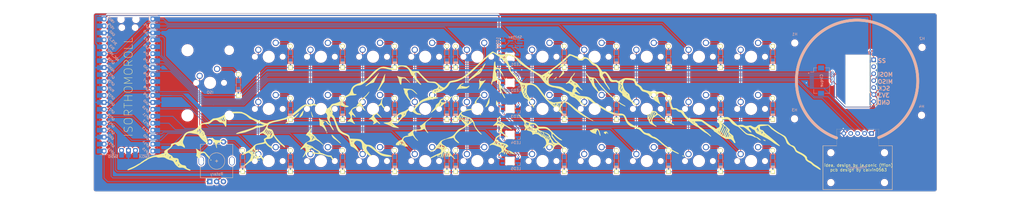
<source format=kicad_pcb>
(kicad_pcb (version 20221018) (generator pcbnew)
  (layers (0 "F.Cu" signal) (31 "B.Cu" signal) (34 "B.Paste" user) (35 "F.Paste" user) (36 "B.SilkS" user "B.Silkscreen") (37 "F.SilkS" user "F.Silkscreen") (38 "B.Mask" user) (39 "F.Mask" user) (44 "Edge.Cuts" user))
  (net 0 "")
  (net 1 "+5V")
  (net 2 "Net-(LED1-DOUT)")
  (net 3 "GND")
  (net 4 "Net-(LED2-DOUT)")
  (net 5 "Net-(LED3-DOUT)")
  (net 6 "Net-(LED4-DOUT)")
  (net 8 "COL0")
  (net 9 "Net-(D1-A)")
  (net 10 "COL1")
  (net 11 "Net-(D2-A)")
  (net 12 "COL2")
  (net 13 "Net-(D3-A)")
  (net 14 "COL3")
  (net 15 "Net-(D4-A)")
  (net 16 "COL4")
  (net 17 "Net-(D5-A)")
  (net 18 "COL5")
  (net 19 "Net-(D6-A)")
  (net 20 "COL6")
  (net 21 "Net-(D7-A)")
  (net 22 "COL7")
  (net 23 "Net-(D8-A)")
  (net 24 "Net-(D9-A)")
  (net 25 "Net-(D10-A)")
  (net 26 "Net-(D11-A)")
  (net 27 "Net-(D12-A)")
  (net 28 "Net-(D13-A)")
  (net 29 "Net-(D14-A)")
  (net 30 "Net-(D15-A)")
  (net 31 "Net-(D16-A)")
  (net 32 "Net-(D17-A)")
  (net 33 "Net-(D18-A)")
  (net 34 "Net-(D19-A)")
  (net 35 "Net-(D20-A)")
  (net 36 "Net-(D21-A)")
  (net 37 "Net-(D22-A)")
  (net 38 "Net-(D23-A)")
  (net 39 "Net-(D24-A)")
  (net 40 "Net-(D25-A)")
  (net 41 "Net-(D26-A)")
  (net 42 "Net-(D27-A)")
  (net 43 "Net-(D28-A)")
  (net 44 "Net-(D29-A)")
  (net 45 "Net-(D30-A)")
  (net 46 "Net-(D31-A)")
  (net 47 "ROW0")
  (net 48 "ROW1")
  (net 49 "Net-(D32-A)")
  (net 50 "+3V3")
  (net 51 "strip")
  (net 52 "RGB MCU")
  (net 58 "SCK_0")
  (net 63 "MISO_0")
  (net 64 "SS_0")
  (net 65 "MOSI_0")
  (net 66 "SDA_0")
  (net 67 "SCL_0")
  (net 72 "COL8")
  (net 73 "ROW2")
  (net 74 "Rotary_A")
  (net 75 "Rotary_B")
  (net 76 "COL9")
  (net 77 "COL10")
  (footprint "PCM_marbastlib-mx:SW_MX_1u" (layer "F.Cu") (at 157.6125 29.36875)
    (fp_text reference "MX7" hide)
    (fp_text value "MX_SW_solder" hide)
  )
  (footprint "Keebio-Parts:Diode-Hybrid-Back" (layer "F.Cu") (at 65.5375 48.41875 -90)
    (fp_text reference "D12" hide)
    (fp_text value "D_Small" hide)
  )
  (footprint "Keebio-Parts:Diode-Hybrid-Back" (layer "F.Cu") (at 125.8625 29.36875 -90)
    (fp_text reference "D6" hide)
    (fp_text value "D_Small" hide)
  )
  (footprint "PCM_marbastlib-mx:SW_MX_1u" (layer "F.Cu") (at 76.65 48.41875)
    (fp_text reference "MX13" hide)
    (fp_text value "MX_SW_solder" hide)
  )
  (footprint "Keebio-Parts:Diode-Hybrid-Back" (layer "F.Cu") (at 241.75 48.41875 -90)
    (fp_text reference "D21" hide)
    (fp_text value "D_Small" hide)
  )
  (footprint "MountingHole:MountingHole_2.2mm_M2" (layer "F.Cu") (at 296.283198 25.951251)
    (fp_text reference "H2")
    (fp_text value "MountingHole")
  )
  (footprint "Keebio-Parts:Diode-Hybrid-Back" (layer "F.Cu") (at 241.75 67.46875 -90)
    (fp_text reference "D31" hide)
    (fp_text value "D_Small" hide)
  )
  (footprint "Keebio-Parts:Diode-Hybrid-Back" (layer "F.Cu") (at 103.6375 67.46875 -90)
    (fp_text reference "D24" hide)
    (fp_text value "D_Small" hide)
  )
  (footprint "LOGO" (layer "F.Cu") (at 132.55625 49.2125)
    (fp_text reference "G***" hide)
    (fp_text value "LOGO" hide)
  )
  (footprint "MountingHole:MountingHole_2.2mm_M2" (layer "F.Cu") (at 296.081116 50.748324)
    (fp_text reference "H4")
    (fp_text value "MountingHole")
  )
  (footprint "PCM_marbastlib-mx:SW_MX_1u" (layer "F.Cu") (at 114.75 29.36875)
    (fp_text reference "MX5" hide)
    (fp_text value "MX_SW_solder" hide)
  )
  (footprint "Keebio-Parts:Diode-Hybrid-Back" (layer "F.Cu") (at 165.55 29.36875 -90)
    (fp_text reference "D7" hide)
    (fp_text value "D_Small" hide)
  )
  (footprint "PCM_marbastlib-mx:SW_MX_1u" (layer "F.Cu") (at 214.7625 29.36875)
    (fp_text reference "MX10" hide)
    (fp_text value "MX_SW_solder" hide)
  )
  (footprint "Keebio-Parts:Diode-Hybrid-Back" (layer "F.Cu") (at 122.6875 67.46875 -90)
    (fp_text reference "D25" hide)
    (fp_text value "D_Small" hide)
  )
  (footprint "Keebio-Parts:Diode-Hybrid-Back" (layer "F.Cu") (at 222.7 48.41875 -90)
    (fp_text reference "D20" hide)
    (fp_text value "D_Small" hide)
  )
  (footprint "PCM_marbastlib-mx:SW_MX_1u" (layer "F.Cu") (at 195.7125 29.36875)
    (fp_text reference "MX9" hide)
    (fp_text value "MX_SW_solder" hide)
  )
  (footprint "MountingHole:MountingHole_2.2mm_M2" (layer "F.Cu") (at 249.680975 52.038331)
    (fp_text reference "H3")
    (fp_text value "MountingHole")
  )
  (footprint "Keebio-Parts:Diode-Hybrid-Back" (layer "F.Cu") (at 125.8625 48.41875 -90)
    (fp_text reference "D16" hide)
    (fp_text value "D_Small" hide)
  )
  (footprint "Keebio-Parts:Diode-Hybrid-Back" (layer "F.Cu") (at 103.6375 48.41875 -90)
    (fp_text reference "D14" hide)
    (fp_text value "D_Small" hide)
  )
  (footprint "PCM_marbastlib-mx:SW_MX_1u" (layer "F.Cu") (at 57.6 48.41875)
    (fp_text reference "MX12" hide)
    (fp_text value "MX_SW_solder" hide)
  )
  (footprint "PCM_marbastlib-mx:STAB_MX_ISO-ROT" (layer "F.Cu") (at 36.16875 38.89375)
    (fp_text reference "S1" hide)
    (fp_text value "MX_stab")
  )
  (footprint "Keebio-Parts:Diode-Hybrid-Back" (layer "F.Cu") (at 103.6375 29.36875 -90)
    (fp_text reference "D4" hide)
    (fp_text value "D_Small" hide)
  )
  (footprint "PCM_marbastlib-mx:SW_MX_1u" (layer "F.Cu") (at 76.65 67.46875)
    (fp_text reference "MX23" hide)
    (fp_text value "MX_SW_solder" hide)
  )
  (footprint "PCM_marbastlib-mx:SW_MX_1u" (layer "F.Cu") (at 157.6125 67.46875)
    (fp_text reference "MX27" hide)
    (fp_text value "MX_SW_solder" hide)
  )
  (footprint "PCM_marbastlib-mx:SW_MX_1u" (layer "F.Cu") (at 95.7 48.41875)
    (fp_text reference "MX14" hide)
    (fp_text value "MX_SW_solder" hide)
  )
  (footprint "Keebio-Parts:Diode-Hybrid-Back" (layer "F.Cu") (at 125.8625 67.46875 -90)
    (fp_text reference "D26" hide)
    (fp_text value "D_Small" hide)
  )
  (footprint "PCM_marbastlib-mx:SW_MX_1u" (layer "F.Cu") (at 57.6 29.36875)
    (fp_text reference "MX2" hide)
    (fp_text value "MX_SW_solder" hide)
  )
  (footprint "Keebio-Parts:Diode-Hybrid-Back" (layer "F.Cu") (at 203.65 48.41875 -90)
    (fp_text reference "D19" hide)
    (fp_text value "D_Small" hide)
  )
  (footprint "Keebio-Parts:Diode-Hybrid-Back" (layer "F.Cu") (at 48.075 67.46875 -90)
    (fp_text reference "D32" hide)
    (fp_text value "D_Small" hide)
  )
  (footprint "PCM_marbastlib-mx:SW_MX_1u" (layer "F.Cu") (at 76.65 29.36875)
    (fp_text reference "MX3" hide)
    (fp_text value "MX_SW_solder" hide)
  )
  (footprint "Connector_PinHeader_2.54mm:PinHeader_1x07_P2.54mm_Vertical" (layer "F.Cu") (at 278.60625 30.48)
    (fp_text reference "J3" hide)
    (fp_text value "Conn_01x07_Socket")
  )
  (footprint "PCM_marbastlib-mx:SW_MX_1u" (layer "F.Cu") (at 114.75 48.41875)
    (fp_text reference "MX15" hide)
    (fp_text value "MX_SW_solder" hide)
  )
  (footprint "PCM_marbastlib-mx:SW_MX_1u" (layer "F.Cu") (at 233.8125 29.36875)
    (fp_text reference "MX11" hide)
    (fp_text value "MX_SW_solder" hide)
  )
  (footprint "PCM_marbastlib-mx:SW_MX_1u" (layer "F.Cu") (at 233.8125 48.41875)
    (fp_text reference "MX21" hide)
    (fp_text value "MX_SW_solder" hide)
  )
  (footprint "PCM_marbastlib-mx:SW_MX_1u" (layer "F.Cu") (at 195.7125 67.46875)
    (fp_text reference "MX29" hide)
    (fp_text value "MX_SW_solder" hide)
  )
  (footprint "PCM_marbastlib-mx:SW_MX_1u" (layer "F.Cu") (at 133.8 29.36875)
    (fp_text reference "MX6" hide)
    (fp_text value "MX_SW_solder" hide)
  )
  (footprint "Keebio-Parts:Diode-Hybrid-Back" (layer "F.Cu") (at 184.6 29.36875 -90)
    (fp_text reference "D8" hide)
    (fp_text value "D_Small" hide)
  )
  (footprint "PCM_marbastlib-mx:SW_MX_1u" (layer "F.Cu") (at 195.7125 48.41875)
    (fp_text reference "MX19" hide)
    (fp_text value "MX_SW_solder" hide)
  )
  (footprint "Keebio-Parts:Diode-Hybrid-Back" (layer "F.Cu") (at 203.65 67.46875 -90)
    (fp_text reference "D29" hide)
    (fp_text value "D_Small" hide)
  )
  (footprint "Keebio-Parts:Diode-Hybrid-Back" (layer "F.Cu") (at 84.5875 48.41875 -90)
    (fp_text reference "D13" hide)
    (fp_text value "D_Small" hide)
  )
  (footprint "Keebio-Parts:Diode-Hybrid-Back" (layer "F.Cu") (at 122.6875 48.41875 -90)
    (fp_text reference "D15" hide)
    (fp_text value "D_Small" hide)
  )
  (footprint "Keebio-Parts:Diode-Hybrid-Back" (layer "F.Cu") (at 65.5375 29.36875 -90)
    (fp_text reference "D2" hide)
    (fp_text value "D_Small" hide)
  )
  (footprint "Keebio-Parts:Diode-Hybrid-Back" (layer "F.Cu") (at 165.55 67.46875 -90)
    (fp_text reference "D27" hide)
    (fp_text value "D_Small" hide)
  )
  (footprint "Keebio-Parts:Diode-Hybrid-Back" (layer "F.Cu") (at 184.6 67.46875 -90)
    (fp_text reference "D28" hide)
    (fp_text value "D_Small" hide)
  )
  (footprint "Keebio-Parts:Diode-Hybrid-Back" (layer "F.Cu") (at 46.4875 39.6875 -90)
    (fp_text reference "D1" hide)
    (fp_text value "D_Small" hide)
  )
  (footprint "PCM_marbastlib-mx:SW_MX_1u" (layer "F.Cu") (at 214.7625 67.46875)
    (fp_text reference "MX30" hide)
    (fp_text value "MX_SW_solder" hide)
  )
  (footprint "Keebio-Parts:Diode-Hybrid-Back" (layer "F.Cu") (at 122.6875 29.36875 -90)
    (fp_text reference "D5" hide)
    (fp_text value "D_Small" hide)
  )
  (footprint "PCM_marbastlib-mx:SW_MX_1u" (layer "F.Cu") (at 176.6625 67.46875)
    (fp_text reference "MX28" hide)
    (fp_text value "MX_SW_solder" hide)
  )
  (footprint "PCM_marbastlib-mx:SW_MX_1u" (layer "F.Cu") (at 114.75 67.46875)
    (fp_text reference "MX25" hide)
    (fp_text value "MX_SW_solder" hide)
  )
  (footprint "PCM_marbastlib-mx:SW_MX_1u" (layer "F.Cu") (at 95.7 29.36875)
    (fp_text reference "MX4" hide)
    (fp_text value "MX_SW_solder" hide)
  )
  (footprint "PCM_marbastlib-mx:SW_MX_1u" (layer "F.Cu") (at 36.16875 38.89375)
    (fp_text reference "MX1" hide)
    (fp_text value "MX_SW_solder" hide)
  )
  (footprint "PCM_marbastlib-mx:SW_MX_1u" (layer "F.Cu") (at 233.8125 67.46875)
    (fp_text reference "MX31" hide)
    (fp_text value "MX_SW_solder" hide)
  )
  (footprint "Keebio-Parts:Diode-Hybrid-Back" (layer "F.Cu") (at 222.7 67.46875 -90)
    (fp_text reference "D30" hide)
    (fp_text value "D_Small" hide)
  )
  (footprint "PCM_marbastlib-mx:SW_MX_1u" (layer "F.Cu") (at 176.6625 48.41875)
    (fp_text reference "MX18" hide)
    (fp_text value "MX_SW_solder" hide)
  )
  (footprint "PCM_marbastlib-mx:SW_MX_1u" (layer "F.Cu") (at 157.6125 48.41875)
    (fp_text reference "MX17" hide)
    (fp_text value "MX_SW_solder" hide)
  )
  (footprint "PCM_marbastlib-mx:SW_MX_1u" (layer "F.Cu") (at 95.7 67.46875)
    (fp_text reference "MX24" hide)
    (fp_text value "MX_SW_solder" hide)
  )
  (footprint "PCM_marbastlib-mx:SW_MX_1u" (layer "F.Cu") (at 176.6625 29.36875)
    (fp_text reference "MX8" hide)
    (fp_text value "MX_SW_solder" hide)
  )
  (footprint "PCM_marbastlib-mx:SW_MX_1u" (layer "F.Cu") (at 133.8 67.46875)
    (fp_text reference "MX26" hide)
    (fp_text value "MX_SW_solder" hide)
  )
  (footprint "PCM_marbastlib-mx:SW_MX_1u" (layer "F.Cu") (at 214.7625 48.41875)
    (fp_text reference "MX20" hide)
    (fp_text value "MX_SW_solder" hide)
  )
  (footprint "Keebio-Parts:Diode-Hybrid-Back" (layer "F.Cu") (at 84.5875 29.36875 -90)
    (fp_text reference "D3" hide)
    (fp_text value "D_Small" hide)
  )
  (footprint "clacker:pimoroni_trackball Mount Holes" (layer "F.Cu") (at 272.746876 69.880312 -90)
    (fp_text reference "J2" hide)
    (fp_text value "Conn_01x05_Socket")
  )
  (footprint "MountingHole:MountingHole_2.2mm_M2" (layer "F.Cu") (at 249.76387 24.337944)
    (fp_text reference "H1")
    (fp_text value "MountingHole")
  )
  (footprint "Keebio-Parts:Diode-Hybrid-Back" (layer "F.Cu") (at 165.55 48.41875 -90)
    (fp_text reference "D17" hide)
    (fp_text value "D_Small" hide)
  )
  (footprint "Keebio-Parts:Diode-Hybrid-Back" (layer "F.Cu") (at 184.6 48.41875 -90)
    (fp_text reference "D18" hide)
    (fp_text value "D_Small" hide)
  )
  (footprint "PCM_marbastlib-mx:SW_MX_1u" (layer "F.Cu") (at 57.6 67.46875)
    (fp_text reference "MX22" hide)
    (fp_text value "MX_SW_solder" hide)
  )
  (footprint "Keebio-Parts:Diode-Hybrid-Back" (layer "F.Cu") (at 84.5875 67.46875 -90)
    (fp_text reference "D23" hide)
    (fp_text value "D_Small" hide)
  )
  (footprint "Keebio-Parts:Diode-Hybrid-Back" (layer "F.Cu") (at 222.7 29.36875 -90)
    (fp_text reference "D10" hide)
    (fp_text value "D_Small" hide)
  )
  (footprint "Keebio-Parts:Diode-Hybrid-Back" (layer "F.Cu") (at 203.65 29.36875 -90)
    (fp_text reference "D9" hide)
    (fp_text value "D_Small" hide)
  )
  (footprint "PCM_marbastlib-mx:SW_MX_1u" (layer "F.Cu") (at 133.8 48.41875)
    (fp_text reference "MX16" hide)
    (fp_text value "MX_SW_solder" hide)
  )
  (footprint "Keebio-Parts:Diode-Hybrid-Back" (layer "F.Cu") (at 241.75 29.36875 -90)
    (fp_text reference "D11" hide)
    (fp_text value "D_Small" hide)
  )
  (footprint "Keebio-Parts:RotaryEncoder_EC11" (layer "F.Cu") (at 38.55 67.46875 90)
    (fp_text reference "SW1")
    (fp_text value "RotaryEncoder_Switch")
  )
  (footprint "Keebio-Parts:Diode-Hybrid-Back" (layer "F.Cu") (at 65.5375 67.46875 -90)
    (fp_text reference "D22" hide)
    (fp_text value "D_Small" hide)
  )
  (footprint "PCM_marbastlib-various:LED_6028R" (layer "B.Cu") (at 145.70625 38.89375 180)
    (fp_text reference "LED2")
    (fp_text value "SK6812MINI-E" hide)
    (fp_line (start -1.699999 0.702843) (end -1.699999 -0.702841) (stroke (width 0.1)) (layer "Edge.Cuts"))
    (fp_line (start -0.794452 -1.499999) (end 0.794452 -1.499999) (stroke (width 0.1)) (layer "Edge.Cuts"))
    (fp_line (start 0.794452 1.5) (end -0.794453 1.5) (stroke (width 0.1)) (layer "Edge.Cuts"))
    (fp_line (start 1.699999 -0.702841) (end 1.699999 0.702843) (stroke (width 0.1)) (layer "Edge.Cuts"))
    (fp_arc (start -1.749484 -0.919719) (mid -1.712527 -0.814067) (end -1.699999 -0.702841) (stroke (width 0.1)) (layer "Edge.Cuts"))
    (fp_arc (start -1.749484 -0.919718) (mid -1.638072 -1.504034) (end -1.046711 -1.568298) (stroke (width 0.1)) (layer "Edge.Cuts"))
    (fp_arc (start -1.699999 0.702844) (mid -1.712527 0.814069) (end -1.749484 0.919721) (stroke (width 0.1)) (layer "Edge.Cuts"))
    (fp_arc (start -1.046711 1.568299) (mid -1.638071 1.504036) (end -1.749484 0.919721) (stroke (width 0.1)) (layer "Edge.Cuts"))
    (fp_arc (start -1.046711 1.568299) (mid -0.925123 1.517377) (end -0.794453 1.5) (stroke (width 0.1)) (layer "Edge.Cuts"))
    (fp_arc (start -0.794452 -1.499999) (mid -0.925123 -1.517376) (end -1.046711 -1.568298) (stroke (width 0.1)) (layer "Edge.Cuts"))
    (fp_arc (start 0.794453 1.500001) (mid 0.925123 1.517378) (end 1.046711 1.5683) (stroke (width 0.1)) (layer "Edge.Cuts"))
    (fp_arc (start 1.04671 -1.568298) (mid 0.925122 -1.517376) (end 0.794452 -1.499999) (stroke (width 0.1)) (layer "Edge.Cuts"))
    (fp_arc (start 1.046711 -1.568296) (mid 1.638069 -1.504034) (end 1.749484 -0.919719) (stroke (width 0.1)) (layer "Edge.Cuts"))
    (fp_arc (start 1.699999 -0.702842) (mid 1.712536 -0.814065) (end 1.749484 -0.919719) (stroke (width 0.1)) (layer "Edge.Cuts"))
    (fp_arc (start 1.749484 0.919721) (mid 1.638072 1.504036) (end 1.046711 1.5683) (stroke (width 0.1)) (layer "Edge.Cuts"))
    (fp_arc (start 1.749484 0.919721) (mid 1.71254 0.814067) (end 1.699999 0.702843) (stroke (width 0.1)) (layer "Edge.Cuts"))
  )
  (footprint "PCM_marbastlib-various:LED_6028R" (layer "B.Cu") (at 145.70625 57.94375 180)
    (fp_text reference "LED4")
    (fp_text value "SK6812MINI-E" hide)
    (fp_line (start -1.699999 0.702843) (end -1.699999 -0.702841) (stroke (width 0.1)) (layer "Edge.Cuts"))
    (fp_line (start -0.794452 -1.499999) (end 0.794452 -1.499999) (stroke (width 0.1)) (layer "Edge.Cuts"))
    (fp_line (start 0.794452 1.5) (end -0.794453 1.5) (stroke (width 0.1)) (layer "Edge.Cuts"))
    (fp_line (start 1.699999 -0.702841) (end 1.699999 0.702843) (stroke (width 0.1)) (layer "Edge.Cuts"))
    (fp_arc (start -1.749484 -0.919719) (mid -1.712527 -0.814067) (end -1.699999 -0.702841) (stroke (width 0.1)) (layer "Edge.Cuts"))
    (fp_arc (start -1.749484 -0.919718) (mid -1.638072 -1.504034) (end -1.046711 -1.568298) (stroke (width 0.1)) (layer "Edge.Cuts"))
    (fp_arc (start -1.699999 0.702844) (mid -1.712527 0.814069) (end -1.749484 0.919721) (stroke (width 0.1)) (layer "Edge.Cuts"))
    (fp_arc (start -1.046711 1.568299) (mid -1.638071 1.504036) (end -1.749484 0.919721) (stroke (width 0.1)) (layer "Edge.Cuts"))
    (fp_arc (start -1.046711 1.568299) (mid -0.925123 1.517377) (end -0.794453 1.5) (stroke (width 0.1)) (layer "Edge.Cuts"))
    (fp_arc (start -0.794452 -1.499999) (mid -0.925123 -1.517376) (end -1.046711 -1.568298) (stroke (width 0.1)) (layer "Edge.Cuts"))
    (fp_arc (start 0.794453 1.500001) (mid 0.925123 1.517378) (end 1.046711 1.5683) (stroke (width 0.1)) (layer "Edge.Cuts"))
    (fp_arc (start 1.04671 -1.568298) (mid 0.925122 -1.517376) (end 0.794452 -1.499999) (stroke (width 0.1)) (layer "Edge.Cuts"))
    (fp_arc (start 1.046711 -1.568296) (mid 1.638069 -1.504034) (end 1.749484 -0.919719) (stroke (width 0.1)) (layer "Edge.Cuts"))
    (fp_arc (start 1.699999 -0.702842) (mid 1.712536 -0.814065) (end 1.749484 -0.919719) (stroke (width 0.1)) (layer "Edge.Cuts"))
    (fp_arc (start 1.749484 0.919721) (mid 1.638072 1.504036) (end 1.046711 1.5683) (stroke (width 0.1)) (layer "Edge.Cuts"))
    (fp_arc (start 1.749484 0.919721) (mid 1.712534 0.814067) (end 1.699999 0.702843) (stroke (width 0.1)) (layer "Edge.Cuts"))
  )
  (footprint "Capacitor_SMD:C_0805_2012Metric_Pad1.18x1.45mm_HandSolder" (layer "B.Cu") (at 143.325 24.45 -90)
    (fp_text reference "C1" hide)
    (fp_text value "100nF")
  )
  (footprint "clacker:vik-cirque-connector-horizontal" (layer "B.Cu") (at 257.96875 38.1 -90)
    (fp_text reference "J1" hide)
    (fp_text value "Conn_01x12_Female")
  )
  (footprint "PCM_marbastlib-various:LED_6028R" (layer "B.Cu") (at 145.70625 29.36875 180)
    (fp_text reference "LED1")
    (fp_text value "SK6812MINI-E" hide)
    (fp_line (start -1.699999 0.702843) (end -1.699999 -0.702841) (stroke (width 0.1)) (layer "Edge.Cuts"))
    (fp_line (start -0.794452 -1.499999) (end 0.794452 -1.499999) (stroke (width 0.1)) (layer "Edge.Cuts"))
    (fp_line (start 0.794452 1.5) (end -0.794453 1.5) (stroke (width 0.1)) (layer "Edge.Cuts"))
    (fp_line (start 1.699999 -0.702841) (end 1.699999 0.702843) (stroke (width 0.1)) (layer "Edge.Cuts"))
    (fp_arc (start -1.749484 -0.919719) (mid -1.712527 -0.814067) (end -1.699999 -0.702841) (stroke (width 0.1)) (layer "Edge.Cuts"))
    (fp_arc (start -1.749484 -0.919718) (mid -1.638072 -1.504034) (end -1.046711 -1.568298) (stroke (width 0.1)) (layer "Edge.Cuts"))
    (fp_arc (start -1.699999 0.702844) (mid -1.712527 0.814069) (end -1.749484 0.919721) (stroke (width 0.1)) (layer "Edge.Cuts"))
    (fp_arc (start -1.046711 1.568299) (mid -1.638071 1.504036) (end -1.749484 0.919721) (stroke (width 0.1)) (layer "Edge.Cuts"))
    (fp_arc (start -1.046711 1.568299) (mid -0.925123 1.517377) (end -0.794453 1.5) (stroke (width 0.1)) (layer "Edge.Cuts"))
    (fp_arc (start -0.794452 -1.499999) (mid -0.925123 -1.517376) (end -1.046711 -1.568298) (stroke (width 0.1)) (layer "Edge.Cuts"))
    (fp_arc (start 0.794453 1.500001) (mid 0.925123 1.517378) (end 1.046711 1.5683) (stroke (width 0.1)) (layer "Edge.Cuts"))
    (fp_arc (start 1.04671 -1.568298) (mid 0.925122 -1.517376) (end 0.794452 -1.499999) (stroke (width 0.1)) (layer "Edge.Cuts"))
    (fp_arc (start 1.046711 -1.568296) (mid 1.638069 -1.504034) (end 1.749484 -0.919719) (stroke (width 0.1)) (layer "Edge.Cuts"))
    (fp_arc (start 1.699999 -0.702842) (mid 1.712536 -0.814065) (end 1.749484 -0.919719) (stroke (width 0.1)) (layer "Edge.Cuts"))
    (fp_arc (start 1.749484 0.919721) (mid 1.638072 1.504036) (end 1.046711 1.5683) (stroke (width 0.1)) (layer "Edge.Cuts"))
    (fp_arc (start 1.749484 0.919721) (mid 1.71254 0.814067) (end 1.699999 0.702843) (stroke (width 0.1)) (layer "Edge.Cuts"))
  )
  (footprint "PCM_marbastlib-various:LED_6028R" (layer "B.Cu") (at 145.70625 48.41875 180)
    (fp_text reference "LED3")
    (fp_text value "SK6812MINI-E" hide)
    (fp_line (start -1.699999 0.702843) (end -1.699999 -0.702841) (stroke (width 0.1)) (layer "Edge.Cuts"))
    (fp_line (start -0.794452 -1.499999) (end 0.794452 -1.499999) (stroke (width 0.1)) (layer "Edge.Cuts"))
    (fp_line (start 0.794452 1.5) (end -0.794453 1.5) (stroke (width 0.1)) (layer "Edge.Cuts"))
    (fp_line (start 1.699999 -0.702841) (end 1.699999 0.702843) (stroke (width 0.1)) (layer "Edge.Cuts"))
    (fp_arc (start -1.749484 -0.919719) (mid -1.712527 -0.814067) (end -1.699999 -0.702841) (stroke (width 0.1)) (layer "Edge.Cuts"))
    (fp_arc (start -1.749484 -0.919718) (mid -1.638072 -1.504034) (end -1.046711 -1.568298) (stroke (width 0.1)) (layer "Edge.Cuts"))
    (fp_arc (start -1.699999 0.702844) (mid -1.712527 0.814069) (end -1.749484 0.919721) (stroke (width 0.1)) (layer "Edge.Cuts"))
    (fp_arc (start -1.046711 1.568299) (mid -1.638071 1.504036) (end -1.749484 0.919721) (stroke (width 0.1)) (layer "Edge.Cuts"))
    (fp_arc (start -1.046711 1.568299) (mid -0.925123 1.517377) (end -0.794453 1.5) (stroke (width 0.1)) (layer "Edge.Cuts"))
    (fp_arc (start -0.794452 -1.499999) (mid -0.925123 -1.517376) (end -1.046711 -1.568298) (stroke (width 0.1)) (layer "Edge.Cuts"))
    (fp_arc (start 0.794453 1.500001) (mid 0.925123 1.517378) (end 1.046711 1.5683) (stroke (width 0.1)) (layer "Edge.Cuts"))
    (fp_arc (start 1.04671 -1.568298) (mid 0.925122 -1.517376) (end 0.794452 -1.499999) (stroke (width 0.1)) (layer "Edge.Cuts"))
    (fp_arc (start 1.046711 -1.568296) (mid 1.638069 -1.504034) (end 1.749484 -0.919719) (stroke (width 0.1)) (layer "Edge.Cuts"))
    (fp_arc (start 1.699999 -0.702842) (mid 1.712536 -0.814065) (end 1.749484 -0.919719) (stroke (width 0.1)) (layer "Edge.Cuts"))
    (fp_arc (start 1.749484 0.919721) (mid 1.638072 1.504036) (end 1.046711 1.5683) (stroke (width 0.1)) (layer "Edge.Cuts"))
    (fp_arc (start 1.749484 0.919721) (mid 1.71254 0.814067) (end 1.699999 0.702843) (stroke (width 0.1)) (layer "Edge.Cuts"))
  )
  (footprint "Package_TO_SOT_SMD:TSOT-23-5_HandSoldering" (layer "B.Cu") (at 147.6375 24.45 180)
    (fp_text reference "U2" hide)
    (fp_text value "74AHCT1G125" hide)
  )
  (footprint "PCM_marbastlib-various:LED_6028R" (layer "B.Cu") (at 145.70625 67.46875 180)
    (fp_text reference "LED5")
    (fp_text value "SK6812MINI-E" hide)
    (fp_line (start -1.699999 0.702843) (end -1.699999 -0.702841) (stroke (width 0.1)) (layer "Edge.Cuts"))
    (fp_line (start -0.794452 -1.499999) (end 0.794452 -1.499999) (stroke (width 0.1)) (layer "Edge.Cuts"))
    (fp_line (start 0.794452 1.5) (end -0.794453 1.5) (stroke (width 0.1)) (layer "Edge.Cuts"))
    (fp_line (start 1.699999 -0.702841) (end 1.699999 0.702843) (stroke (width 0.1)) (layer "Edge.Cuts"))
    (fp_arc (start -1.749484 -0.919719) (mid -1.712527 -0.814067) (end -1.699999 -0.702841) (stroke (width 0.1)) (layer "Edge.Cuts"))
    (fp_arc (start -1.749484 -0.919718) (mid -1.638072 -1.504034) (end -1.046711 -1.568298) (stroke (width 0.1)) (layer "Edge.Cuts"))
    (fp_arc (start -1.699999 0.702844) (mid -1.712527 0.814069) (end -1.749484 0.919721) (stroke (width 0.1)) (layer "Edge.Cuts"))
    (fp_arc (start -1.046711 1.568299) (mid -1.638071 1.504036) (end -1.749484 0.919721) (stroke (width 0.1)) (layer "Edge.Cuts"))
    (fp_arc (start -1.046711 1.568299) (mid -0.925123 1.517377) (end -0.794453 1.5) (stroke (width 0.1)) (layer "Edge.Cuts"))
    (fp_arc (start -0.794452 -1.499999) (mid -0.925123 -1.517376) (end -1.046711 -1.568298) (stroke (width 0.1)) (layer "Edge.Cuts"))
    (fp_arc (start 0.794453 1.500001) (mid 0.925123 1.517378) (end 1.046711 1.5683) (stroke (width 0.1)) (layer "Edge.Cuts"))
    (fp_arc (start 1.04671 -1.568298) (mid 0.925122 -1.517376) (end 0.794452 -1.499999) (stroke (width 0.1)) (layer "Edge.Cuts"))
    (fp_arc (start 1.046711 -1.568296) (mid 1.638069 -1.504034) (end 1.749484 -0.919719) (stroke (width 0.1)) (layer "Edge.Cuts"))
    (fp_arc (start 1.699999 -0.702842) (mid 1.712536 -0.814065) (end 1.749484 -0.919719) (stroke (width 0.1)) (layer "Edge.Cuts"))
    (fp_arc (start 1.749484 0.919721) (mid 1.638072 1.504036) (end 1.046711 1.5683) (stroke (width 0.1)) (layer "Edge.Cuts"))
    (fp_arc (start 1.749484 0.919721) (mid 1.71254 0.814067) (end 1.699999 0.702843) (stroke (width 0.1)) (layer "Edge.Cuts"))
  )
  (footprint "MCU_RaspberryPi_and_Boards:RPi_Pico_SMD_TH" (layer "B.Cu") (at 6.35 39.6875 180)
    (fp_text reference "U3" hide)
    (fp_text value "Pico")
  )
  (gr_arc (start 265.017186 59.018104) (mid 272.338011 16.003087) (end 280.426876 58.880312) (stroke (width 1)) (layer "B.SilkS"))
  (gr_arc (start 265.017186 59.018104) (mid 272.338009 16.003087) (end 280.426876 58.880312) (stroke (width 1)) (layer "F.SilkS"))
  (gr_arc (start 301.625 77.7875) (mid 301.392516 78.348766) (end 300.83125 78.58125) (stroke (width 0.1)) (layer "Edge.Cuts"))
  (gr_line (start 300.83125 13.49375) (end -5.55625 13.49375) (stroke (width 0.1)) (layer "Edge.Cuts"))
  (gr_line (start 277.01875 28.575) (end 277.01875 47.625) (stroke (width 0.1)) (layer "Edge.Cuts"))
  (gr_line (start 268.2875 47.625) (end 268.2875 28.575) (stroke (width 0.1)) (layer "Edge.Cuts"))
  (gr_line (start 301.625 77.7875) (end 301.625 14.2875) (stroke (width 0.1)) (layer "Edge.Cuts"))
  (gr_arc (start -5.55625 78.58125) (mid -6.117516 78.348766) (end -6.35 77.7875) (stroke (width 0.1)) (layer "Edge.Cuts"))
  (gr_line (start -6.35 14.2875) (end -6.35 77.7875) (stroke (width 0.1)) (layer "Edge.Cuts"))
  (gr_arc (start 300.83125 13.49375) (mid 301.392516 13.726234) (end 301.625 14.2875) (stroke (width 0.1)) (layer "Edge.Cuts"))
  (gr_line (start 268.2875 28.575) (end 277.01875 28.575) (stroke (width 0.1)) (layer "Edge.Cuts"))
  (gr_arc (start -6.35 14.2875) (mid -6.117516 13.726234) (end -5.55625 13.49375) (stroke (width 0.1)) (layer "Edge.Cuts"))
  (gr_line (start -5.55625 78.58125) (end 300.83125 78.58125) (stroke (width 0.1)) (layer "Edge.Cuts"))
  (gr_line (start 277.01875 47.625) (end 268.2875 47.625) (stroke (width 0.1)) (layer "Edge.Cuts"))
  (gr_text "SS" (at 281.607168 30.861591) (layer "B.SilkS") (effects (font (size 1.5 1.5) (thickness 0.3) bold)))
  (gr_text "MISO" (at 282.849973 38.500294) (layer "B.SilkS") (effects (font (size 1.5 1.5) (thickness 0.3) bold) (justify mirror)))
  (gr_text "Pimoroni" (at 272.724689 69.874097) (layer "B.SilkS") (effects (font (size 1 1)) (justify mirror)))
  (gr_text "MOSI" (at 282.849973 35.882176) (layer "B.SilkS") (effects (font (size 1.5 1.5) (thickness 0.3) bold) (justify mirror)))
  (gr_text "GND" (at 282.276301 46.081838) (layer "B.SilkS") (effects (font (size 1.5 1.5) (thickness 0.3) bold) (justify mirror)))
  (gr_text "Rotary" (at 38.569008 72.23125) (layer "B.SilkS") (effects (font (size 1 1)) (justify mirror)))
  (gr_text "Cirque" (at 259.55625 38.1 90) (layer "B.SilkS") (effects (font (size 1 1)) (justify mirror)))
  (gr_text "ISO" (at 36.197644 42.415531) (layer "B.SilkS") (effects (font (size 1 1)) (justify mirror)))
  (gr_text "3V3" (at 282.276301 43.472667) (layer "B.SilkS") (effects (font (size 1.5 1.5) (thickness 0.3) bold) (justify mirror)))
  (gr_text "Shifter" (at 147.6375 22.225) (layer "B.SilkS") (effects (font (size 1 1)) (justify mirror)))
  (gr_text "SCK" (at 282.364976 40.955591) (layer "B.SilkS") (effects (font (size 1.5 1.5) (thickness 0.3) bold) (justify mirror)))
  (gr_text "idea, design by la.conic (ffion)\npcb design by calvin0563" (at 273.05 69.85) (layer "F.SilkS") (effects (font (size 1.05 1.05))))
  (gr_text "ISORTHOMOROLL" (at 6.35 40.48125 90) (layer "F.SilkS") (effects (font (size 3 3))))
  (segment (start 141.742243 55.567243) (end 141.7375 55.5625) (width 0.381) (layer "F.Cu") (net 1))
  (segment (start 141.7375 27.78125) (end 141.7375 55.5625) (width 0.381) (layer "F.Cu") (net 1))
  (segment (start 141.738356 65.857929) (end 141.738356 65.088356) (width 0.381) (layer "F.Cu") (net 1))
  (segment (start 141.738356 65.088356) (end 141.7375 65.0875) (width 0.381) (layer "F.Cu") (net 1))
  (segment (start 141.7375 55.5625) (end 141.7375 65.0875) (width 0.381) (layer "F.Cu") (net 1))
  (segment (start 141.7375 14.7375) (end 141.2875 14.2875) (width 0.381) (layer "F.Cu") (net 1))
  (segment (start 141.7375 25.4) (end 141.7375 14.7375) (width 0.381) (layer "F.Cu") (net 1))
  (segment (start 141.742243 56.402026) (end 141.742243 55.567243) (width 0.381) (layer "F.Cu") (net 1))
  (segment (start 141.7375 25.4) (end 141.7375 27.78125) (width 0.381) (layer "F.Cu") (net 1))
  (segment (start -1.27 14.2875) (end -2.54 15.5575) (width 0.381) (layer "F.Cu") (net 1))
  (segment (start 141.2875 14.2875) (end -1.27 14.2875) (width 0.381) (layer "F.Cu") (net 1))
  (segment (start 141.7375 65.0875) (end 141.7375 65.88125) (width 0.381) (layer "F.Cu") (net 1))
  (via (at 141.7375 46.83125) (size 0.8) (drill 0.4) (layers "F.Cu" "B.Cu") (net 1))
  (via (at 141.738356 65.857929) (size 0.8) (drill 0.4) (layers "F.Cu" "B.Cu") (net 1))
  (via (at 141.742243 56.402026) (size 0.8) (drill 0.4) (layers "F.Cu" "B.Cu") (net 1))
  (via (at 141.7375 25.4) (size 0.8) (drill 0.4) (layers "F.Cu" "B.Cu") (net 1))
  (via (at 141.7375 37.30625) (size 0.8) (drill 0.4) (layers "F.Cu" "B.Cu") (net 1))
  (via (at 141.7375 27.78125) (size 0.8) (drill 0.4) (layers "F.Cu" "B.Cu") (net 1))
  (segment (start 142.575 66.71875) (end 142.98125 66.71875) (width 0.381) (layer "B.Cu") (net 1))
  (segment (start 141.7375 27.78125) (end 142.575 28.61875) (width 0.381) (layer "B.Cu") (net 1))
  (segment (start 141.825 25.4875) (end 143.325 25.4875) (width 0.381) (layer "B.Cu") (net 1))
  (segment (start 142.575 28.61875) (end 142.98125 28.61875) (width 0.381) (layer "B.Cu") (net 1))
  (segment (start 142.98125 57.19375) (end 142.533967 57.19375) (width 0.381) (layer "B.Cu") (net 1))
  (segment (start 142.575 38.14375) (end 142.98125 38.14375) (width 0.381) (layer "B.Cu") (net 1))
  (segment (start 142.575 47.66875) (end 142.98125 47.66875) (width 0.381) (layer "B.Cu") (net 1))
  (segment (start 141.7375 46.83125) (end 142.575 47.66875) (width 0.381) (layer "B.Cu") (net 1))
  (segment (start 143.94 25.4875) (end 145.9275 23.5) (width 0.381) (layer "B.Cu") (net 1))
  (segment (start 141.7375 25.4) (end 141.825 25.4875) (width 0.381) (layer "B.Cu") (net 1))
  (segment (start 141.909375 37.478125) (end 142.575 38.14375) (width 0.381) (layer "B.Cu") (net 1))
  (segment (start 141.7375 37.30625) (end 141.909375 37.478125) (width 0.381) (layer "B.Cu") (net 1))
  (segment (start 143.325 25.4875) (end 143.94 25.4875) (width 0.381) (layer "B.Cu") (net 1))
  (segment (start 141.7375 65.858785) (end 141.738356 65.857929) (width 0.381) (layer "B.Cu") (net 1))
  (segment (start 141.7375 65.88125) (end 141.7375 65.858785) (width 0.381) (layer "B.Cu") (net 1))
  (segment (start 142.533967 57.19375) (end 141.742243 56.402026) (width 0.381) (layer "B.Cu") (net 1))
  (segment (start 141.7375 65.88125) (end 142.575 66.71875) (width 0.381) (layer "B.Cu") (net 1))
  (segment (start 143.325 30.95625) (end 148.88125 36.5125) (width 0.25) (layer "F.Cu") (net 2))
  (segment (start 148.88125 36.5125) (end 148.88125 37.30625) (width 0.25) (layer "F.Cu") (net 2))
  (segment (start 148.88125 37.30625) (end 148.88297 37.30625) (width 0.25) (layer "F.Cu") (net 2))
  (via (at 148.88297 37.30625) (size 0.8) (drill 0.4) (layers "F.Cu" "B.Cu") (net 2))
  (via (at 143.325 30.95625) (size 0.8) (drill 0.4) (layers "F.Cu" "B.Cu") (net 2))
  (segment (start 148.88297 37.30625) (end 148.88297 37.69203) (width 0.25) (layer "B.Cu") (net 2))
  (segment (start 148.88297 37.69203) (end 148.43125 38.14375) (width 0.25) (layer "B.Cu") (net 2))
  (segment (start 142.98125 30.6125) (end 143.325 30.95625) (width 0.25) (layer "B.Cu") (net 2))
  (segment (start 142.98125 30.11875) (end 142.98125 30.6125) (width 0.25) (layer "B.Cu") (net 2))
  (segment (start 278.60625 45.72) (end 278.60625 46.922081) (width 0.25) (layer "F.Cu") (net 3))
  (segment (start 278.60625 46.922081) (end 268.148019 57.380312) (width 0.25) (layer "F.Cu") (net 3))
  (segment (start 268.148019 57.380312) (end 267.666876 57.380312) (width 0.25) (layer "F.Cu") (net 3))
  (via (at 267.49375 55.5625) (size 0.8) (drill 0.4) (layers "F.Cu" "B.Cu") (net 3))
  (via (at 150.01875 38.1) (size 0.8) (drill 0.4) (layers "F.Cu" "B.Cu") (net 3))
  (via (at 254 38.89375) (size 0.8) (drill 0.4) (layers "F.Cu" "B.Cu") (net 3))
  (via (at 150.01875 34.13125) (size 0.8) (drill 0.4) (layers "F.Cu" "B.Cu") (net 3))
  (segment (start 267.666876 57.380312) (end 267.666876 55.735626) (width 0.25) (layer "B.Cu") (net 3))
  (segment (start 148.475 39.64375) (end 150.01875 38.1) (width 0.25) (layer "B.Cu") (net 3))
  (segment (start 254.86875 40.35) (end 254 39.48125) (width 0.25) (layer "B.Cu") (net 3))
  (segment (start 148.43125 39.64375) (end 148.475 39.64375) (width 0.25) (layer "B.Cu") (net 3))
  (segment (start 267.666876 55.735626) (end 267.49375 55.5625) (width 0.25) (layer "B.Cu") (net 3))
  (segment (start 254 39.48125) (end 254 38.89375) (width 0.25) (layer "B.Cu") (net 3))
  (segment (start 255.96875 40.35) (end 254.86875 40.35) (width 0.25) (layer "B.Cu") (net 3))
  (segment (start 148.88125 46.0375) (end 148.88125 46.83125) (width 0.25) (layer "F.Cu") (net 4))
  (segment (start 143.325 40.48125) (end 148.88125 46.0375) (width 0.25) (layer "F.Cu") (net 4))
  (via (at 148.88125 46.83125) (size 0.8) (drill 0.4) (layers "F.Cu" "B.Cu") (net 4))
  (via (at 143.325 40.48125) (size 0.8) (drill 0.4) (layers "F.Cu" "B.Cu") (net 4))
  (segment (start 142.98125 39.64375) (end 142.98125 40.1375) (width 0.25) (layer "B.Cu") (net 4))
  (segment (start 148.88125 46.83125) (end 148.88125 47.21875) (width 0.25) (layer "B.Cu") (net 4))
  (segment (start 142.98125 40.1375) (end 143.325 40.48125) (width 0.25) (layer "B.Cu") (net 4))
  (segment (start 148.88125 47.21875) (end 148.43125 47.66875) (width 0.25) (layer "B.Cu") (net 4))
  (segment (start 148.88125 56.35625) (end 148.88125 56.349778) (width 0.25) (layer "F.Cu") (net 5))
  (segment (start 148.88125 55.5625) (end 148.88125 56.35625) (width 0.25) (layer "F.Cu") (net 5))
  (segment (start 143.325 50.00625) (end 148.88125 55.5625) (width 0.25) (layer "F.Cu") (net 5))
  (segment (start 148.88125 56.349778) (end 148.874333 56.342861) (width 0.25) (layer "F.Cu") (net 5))
  (via (at 148.874333 56.342861) (size 0.8) (drill 0.4) (layers "F.Cu" "B.Cu") (net 5))
  (via (at 143.325 50.00625) (size 0.8) (drill 0.4) (layers "F.Cu" "B.Cu") (net 5))
  (segment (start 148.874333 56.342861) (end 148.874333 56.750667) (width 0.25) (layer "B.Cu") (net 5))
  (segment (start 142.98125 49.16875) (end 142.98125 49.6625) (width 0.25) (layer "B.Cu") (net 5))
  (segment (start 148.874333 56.750667) (end 148.43125 57.19375) (width 0.25) (layer "B.Cu") (net 5))
  (segment (start 142.98125 49.6625) (end 143.325 50.00625) (width 0.25) (layer "B.Cu") (net 5))
  (segment (start 143.307067 59.530165) (end 148.863317 65.086415) (width 0.25) (layer "F.Cu") (net 6))
  (segment (start 148.863317 65.086415) (end 148.863317 65.880165) (width 0.25) (layer "F.Cu") (net 6))
  (segment (start 148.863317 65.873693) (end 148.8564 65.866776) (width 0.25) (layer "F.Cu") (net 6))
  (segment (start 148.863317 65.880165) (end 148.863317 65.873693) (width 0.25) (layer "F.Cu") (net 6))
  (via (at 148.8564 65.866776) (size 0.8) (drill 0.4) (layers "F.Cu" "B.Cu") (net 6))
  (via (at 143.307067 59.530165) (size 0.8) (drill 0.4) (layers "F.Cu" "B.Cu") (net 6))
  (segment (start 142.963317 58.692665) (end 142.963317 59.186415) (width 0.25) (layer "B.Cu") (net 6))
  (segment (start 148.8564 66.274582) (end 148.413317 66.717665) (width 0.25) (layer "B.Cu") (net 6))
  (segment (start 148.8564 65.866776) (end 148.8564 66.274582) (width 0.25) (layer "B.Cu") (net 6))
  (segment (start 142.963317 59.186415) (end 143.307067 59.530165) (width 0.25) (layer "B.Cu") (net 6))
  (segment (start 32.35875 56.7775) (end 36.05 60.46875) (width 0.25) (layer "F.Cu") (net 8))
  (segment (start 32.35875 36.35375) (end 32.35875 56.7775) (width 0.25) (layer "F.Cu") (net 8))
  (segment (start 33.575 62.94375) (end 33.01875 63.5) (width 0.25) (layer "B.Cu") (net 8))
  (segment (start 33.575 62.94375) (end 32.70125 63.8175) (width 0.25) (layer "B.Cu") (net 8))
  (segment (start 32.70125 63.8175) (end 15.24 63.8175) (width 0.25) (layer "B.Cu") (net 8))
  (segment (start 36.05 60.46875) (end 33.575 62.94375) (width 0.25) (layer "B.Cu") (net 8))
  (segment (start 44.51375 33.81375) (end 46.4875 35.7875) (width 0.25) (layer "B.Cu") (net 9))
  (segment (start 38.70875 33.81375) (end 44.51375 33.81375) (width 0.25) (layer "B.Cu") (net 9))
  (segment (start 53.79 26.82875) (end 53.79 64.92875) (width 0.25) (layer "F.Cu") (net 10))
  (segment (start 49.993125 61.131875) (end 49.2125 60.35125) (width 0.25) (layer "B.Cu") (net 10))
  (segment (start 48.005 59.14375) (end 50.786875 61.925625) (width 0.25) (layer "B.Cu") (net 10))
  (segment (start 53.79 64.92875) (end 50.786875 61.925625) (width 0.25) (layer "B.Cu") (net 10))
  (segment (start 50.786875 61.925625) (end 49.993125 61.131875) (width 0.25) (layer "B.Cu") (net 10))
  (segment (start 22.72875 61.2775) (end 15.24 61.2775) (width 0.25) (layer "B.Cu") (net 10))
  (segment (start 49.2125 60.35125) (end 49.2125 60.325) (width 0.25) (layer "B.Cu") (net 10))
  (segment (start 46.67375 57.8125) (end 26.19375 57.8125) (width 0.25) (layer "B.Cu") (net 10))
  (segment (start 26.19375 57.8125) (end 22.72875 61.2775) (width 0.25) (layer "B.Cu") (net 10))
  (segment (start 49.993125 61.131875) (end 46.67375 57.8125) (width 0.25) (layer "B.Cu") (net 10))
  (segment (start 60.14 24.28875) (end 64.3575 24.28875) (width 0.25) (layer "B.Cu") (net 11))
  (segment (start 64.3575 24.28875) (end 65.5375 25.46875) (width 0.25) (layer "B.Cu") (net 11))
  (segment (start 72.84 64.92875) (end 72.84 26.82875) (width 0.25) (layer "F.Cu") (net 12))
  (segment (start 20.765 57.3625) (end 18.215 59.9125) (width 0.25) (layer "B.Cu") (net 12))
  (segment (start 72.84 64.92875) (end 65.27375 57.3625) (width 0.25) (layer "B.Cu") (net 12))
  (segment (start 65.27375 57.3625) (end 20.765 57.3625) (width 0.25) (layer "B.Cu") (net 12))
  (segment (start 18.215 59.9125) (end 7.525 59.9125) (width 0.25) (layer "B.Cu") (net 12))
  (segment (start 1.27 53.6575) (end -2.54 53.6575) (width 0.25) (layer "B.Cu") (net 12))
  (segment (start 7.525 59.9125) (end 1.27 53.6575) (width 0.25) (layer "B.Cu") (net 12))
  (segment (start 83.4075 24.28875) (end 84.5875 25.46875) (width 0.25) (layer "B.Cu") (net 13))
  (segment (start 79.19 24.28875) (end 83.4075 24.28875) (width 0.25) (layer "B.Cu") (net 13))
  (segment (start 91.89 26.82875) (end 91.89 64.92875) (width 0.25) (layer "F.Cu") (net 14))
  (segment (start 87.299375 60.338125) (end 83.87375 56.9125) (width 0.25) (layer "B.Cu") (net 14))
  (segment (start 86.51875 59.5575) (end 85.205 58.24375) (width 0.25) (layer "B.Cu") (net 14))
  (segment (start 7.961924 51.1175) (end -2.54 51.1175) (width 0.25) (layer "B.Cu") (net 14))
  (segment (start 83.87375 56.9125) (end 19.142705 56.9125) (width 0.25) (layer "B.Cu") (net 14))
  (segment (start 14.2875 57.443076) (end 7.961924 51.1175) (width 0.25) (layer "B.Cu") (net 14))
  (segment (start 19.142705 56.9125) (end 18.612129 57.443076) (width 0.25) (layer "B.Cu") (net 14))
  (segment (start 91.89 64.92875) (end 87.299375 60.338125) (width 0.25) (layer "B.Cu") (net 14))
  (segment (start 87.299375 60.338125) (end 86.51875 59.5575) (width 0.25) (layer "B.Cu") (net 14))
  (segment (start 18.612129 57.443076) (end 14.2875 57.443076) (width 0.25) (layer "B.Cu") (net 14))
  (segment (start 86.51875 59.5575) (end 86.51875 59.53125) (width 0.25) (layer "B.Cu") (net 14))
  (segment (start 98.24 24.28875) (end 102.4575 24.28875) (width 0.25) (layer "B.Cu") (net 15))
  (segment (start 102.4575 24.28875) (end 103.6375 25.46875) (width 0.25) (layer "B.Cu") (net 15))
  (segment (start 110.94 26.82875) (end 110.94 64.92875) (width 0.25) (layer "F.Cu") (net 16))
  (segment (start 102.47375 56.4625) (end 15.505 56.4625) (width 0.25) (layer "B.Cu") (net 16))
  (segment (start 15.505 56.4625) (end 15.24 56.1975) (width 0.25) (layer "B.Cu") (net 16))
  (segment (start 110.94 64.92875) (end 102.47375 56.4625) (width 0.25) (layer "B.Cu") (net 16))
  (segment (start 121.5075 24.28875) (end 122.6875 25.46875) (width 0.25) (layer "B.Cu") (net 17))
  (segment (start 117.29 24.28875) (end 121.5075 24.28875) (width 0.25) (layer "B.Cu") (net 17))
  (segment (start 129.99 26.82875) (end 129.99 64.92875) (width 0.25) (layer "F.Cu") (net 18))
  (segment (start 121.70875 18.5475) (end 20.731785 18.5475) (width 0.25) (layer "B.Cu") (net 18))
  (segment (start 13.1125 19.2725) (end 1.5875 30.7975) (width 0.25) (layer "B.Cu") (net 18))
  (segment (start 20.006785 19.2725) (end 13.1125 19.2725) (width 0.25) (layer "B.Cu") (net 18))
  (segment (start 129.99 26.82875) (end 121.70875 18.5475) (width 0.25) (layer "B.Cu") (net 18))
  (segment (start 1.5875 30.7975) (end -2.54 30.7975) (width 0.25) (layer "B.Cu") (net 18))
  (segment (start 20.731785 18.5475) (end 20.006785 19.2725) (width 0.25) (layer "B.Cu") (net 18))
  (segment (start 136.34 30.3475) (end 136.34 24.28875) (width 0.25) (layer "B.Cu") (net 19))
  (segment (start 125.8625 28.279017) (end 129.321133 31.73765) (width 0.25) (layer "B.Cu") (net 19))
  (segment (start 125.8625 25.46875) (end 125.8625 28.279017) (width 0.25) (layer "B.Cu") (net 19))
  (segment (start 134.94985 31.73765) (end 136.34 30.3475) (width 0.25) (layer "B.Cu") (net 19))
  (segment (start 129.321133 31.73765) (end 134.94985 31.73765) (width 0.25) (layer "B.Cu") (net 19))
  (segment (start 153.8025 26.82875) (end 153.8025 64.92875) (width 0.25) (layer "F.Cu") (net 20))
  (segment (start 136.675 56.0125) (end 23.46875 56.0125) (width 0.25) (layer "B.Cu") (net 20))
  (segment (start 23.46875 56.0125) (end 21.11375 53.6575) (width 0.25) (layer "B.Cu") (net 20))
  (segment (start 153.8025 64.92875) (end 145.59125 64.92875) (width 0.25) (layer "B.Cu") (net 20))
  (segment (start 145.59125 64.92875) (end 136.675 56.0125) (width 0.25) (layer "B.Cu") (net 20))
  (segment (start 21.11375 53.6575) (end 15.24 53.6575) (width 0.25) (layer "B.Cu") (net 20))
  (segment (start 160.1525 24.28875) (end 164.37 24.28875) (width 0.25) (layer "B.Cu") (net 21))
  (segment (start 164.37 24.28875) (end 165.55 25.46875) (width 0.25) (layer "B.Cu") (net 21))
  (segment (start 172.8525 26.82875) (end 172.8525 64.92875) (width 0.25) (layer "F.Cu") (net 22))
  (segment (start 20.503604 17.6475) (end 19.588604 16.7325) (width 0.25) (layer "B.Cu") (net 22))
  (segment (start 13.43 16.7325) (end 1.905 28.2575) (width 0.25) (layer "B.Cu") (net 22))
  (segment (start 1.905 28.2575) (end -2.54 28.2575) (width 0.25) (layer "B.Cu") (net 22))
  (segment (start 19.588604 16.7325) (end 13.43 16.7325) (width 0.25) (layer "B.Cu") (net 22))
  (segment (start 163.67125 17.6475) (end 20.503604 17.6475) (width 0.25) (layer "B.Cu") (net 22))
  (segment (start 172.8525 26.82875) (end 163.67125 17.6475) (width 0.25) (layer "B.Cu") (net 22))
  (segment (start 183.42 24.28875) (end 184.6 25.46875) (width 0.25) (layer "B.Cu") (net 23))
  (segment (start 179.2025 24.28875) (end 183.42 24.28875) (width 0.25) (layer "B.Cu") (net 23))
  (segment (start 198.2525 24.28875) (end 202.47 24.28875) (width 0.25) (layer "B.Cu") (net 24))
  (segment (start 202.47 24.28875) (end 203.65 25.46875) (width 0.25) (layer "B.Cu") (net 24))
  (segment (start 217.3025 24.28875) (end 221.52 24.28875) (width 0.25) (layer "B.Cu") (net 25))
  (segment (start 221.52 24.28875) (end 222.7 25.46875) (width 0.25) (layer "B.Cu") (net 25))
  (segment (start 240.57 24.28875) (end 241.75 25.46875) (width 0.25) (layer "B.Cu") (net 26))
  (segment (start 236.3525 24.28875) (end 240.57 24.28875) (width 0.25) (layer "B.Cu") (net 26))
  (segment (start 64.3575 43.33875) (end 65.5375 44.51875) (width 0.25) (layer "B.Cu") (net 27))
  (segment (start 60.14 43.33875) (end 64.3575 43.33875) (width 0.25) (layer "B.Cu") (net 27))
  (segment (start 83.4075 43.33875) (end 84.5875 44.51875) (width 0.25) (layer "B.Cu") (net 28))
  (segment (start 79.19 43.33875) (end 83.4075 43.33875) (width 0.25) (layer "B.Cu") (net 28))
  (segment (start 98.24 43.33875) (end 102.4575 43.33875) (width 0.25) (layer "B.Cu") (net 29))
  (segment (start 102.4575 43.33875) (end 103.6375 44.51875) (width 0.25) (layer "B.Cu") (net 29))
  (segment (start 121.5075 43.33875) (end 122.6875 44.51875) (width 0.25) (layer "B.Cu") (net 30))
  (segment (start 117.29 43.33875) (end 121.5075 43.33875) (width 0.25) (layer "B.Cu") (net 30))
  (segment (start 136.34 43.33875) (end 127.0425 43.33875) (width 0.25) (layer "B.Cu") (net 31))
  (segment (start 127.0425 43.33875) (end 125.8625 44.51875) (width 0.25) (layer "B.Cu") (net 31))
  (segment (start 164.37 43.33875) (end 165.55 44.51875) (width 0.25) (layer "B.Cu") (net 32))
  (segment (start 160.1525 43.33875) (end 164.37 43.33875) (width 0.25) (layer "B.Cu") (net 32))
  (segment (start 179.2025 43.33875) (end 183.42 43.33875) (width 0.25) (layer "B.Cu") (net 33))
  (segment (start 183.42 43.33875) (end 184.6 44.51875) (width 0.25) (layer "B.Cu") (net 33))
  (segment (start 202.47 43.33875) (end 203.65 44.51875) (width 0.25) (layer "B.Cu") (net 34))
  (segment (start 198.2525 43.33875) (end 202.47 43.33875) (width 0.25) (layer "B.Cu") (net 34))
  (segment (start 217.3025 43.33875) (end 221.52 43.33875) (width 0.25) (layer "B.Cu") (net 35))
  (segment (start 221.52 43.33875) (end 222.7 44.51875) (width 0.25) (layer "B.Cu") (net 35))
  (segment (start 240.57 43.33875) (end 241.75 44.51875) (width 0.25) (layer "B.Cu") (net 36))
  (segment (start 236.3525 43.33875) (end 240.57 43.33875) (width 0.25) (layer "B.Cu") (net 36))
  (segment (start 64.3575 62.38875) (end 65.5375 63.56875) (width 0.25) (layer "B.Cu") (net 37))
  (segment (start 60.14 62.38875) (end 64.3575 62.38875) (width 0.25) (layer "B.Cu") (net 37))
  (segment (start 79.19 62.38875) (end 83.4075 62.38875) (width 0.25) (layer "B.Cu") (net 38))
  (segment (start 83.4075 62.38875) (end 84.5875 63.56875) (width 0.25) (layer "B.Cu") (net 38))
  (segment (start 98.24 62.38875) (end 102.4575 62.38875) (width 0.25) (layer "B.Cu") (net 39))
  (segment (start 102.4575 62.38875) (end 103.6375 63.56875) (width 0.25) (layer "B.Cu") (net 39))
  (segment (start 117.29 62.38875) (end 121.5075 62.38875) (width 0.25) (layer "B.Cu") (net 40))
  (segment (start 121.5075 62.38875) (end 122.6875 63.56875) (width 0.25) (layer "B.Cu") (net 40))
  (segment (start 127.0425 62.38875) (end 125.8625 63.56875) (width 0.25) (layer "B.Cu") (net 41))
  (segment (start 136.34 62.38875) (end 127.0425 62.38875) (width 0.25) (layer "B.Cu") (net 41))
  (segment (start 160.1525 62.38875) (end 164.37 62.38875) (width 0.25) (layer "B.Cu") (net 42))
  (segment (start 164.37 62.38875) (end 165.55 63.56875) (width 0.25) (layer "B.Cu") (net 42))
  (segment (start 179.2025 62.38875) (end 183.42 62.38875) (width 0.25) (layer "B.Cu") (net 43))
  (segment (start 183.42 62.38875) (end 184.6 63.56875) (width 0.25) (layer "B.Cu") (net 43))
  (segment (start 198.2525 62.38875) (end 202.47 62.38875) (width 0.25) (layer "B.Cu") (net 44))
  (segment (start 202.47 62.38875) (end 203.65 63.56875) (width 0.25) (layer "B.Cu") (net 44))
  (segment (start 217.3025 62.38875) (end 221.52 62.38875) (width 0.25) (layer "B.Cu") (net 45))
  (segment (start 221.52 62.38875) (end 222.7 63.56875) (width 0.25) (layer "B.Cu") (net 45))
  (segment (start 236.3525 62.38875) (end 240.57 62.38875) (width 0.25) (layer "B.Cu") (net 46))
  (segment (start 240.57 62.38875) (end 241.75 63.56875) (width 0.25) (layer "B.Cu") (net 46))
  (segment (start 0.19 35.8775) (end 14.065 22.0025) (width 0.25) (layer "B.Cu") (net 47))
  (segment (start 14.065 22.0025) (end 18.8275 22.0025) (width 0.25) (layer "B.Cu") (net 47))
  (segment (start 56.80625 33.26875) (end 46.4875 43.5875) (width 0.25) (layer "B.Cu") (net 47))
  (segment (start 18.8275 22.0025) (end 19.446875 22.621875) (width 0.25) (layer "B.Cu") (net 47))
  (segment (start 241.75 33.26875) (end 65.5375 33.26875) (width 0.25) (layer "B.Cu") (net 47))
  (segment (start 65.5375 33.26875) (end 56.80625 33.26875) (width 0.25) (layer "B.Cu") (net 47))
  (segment (start 33.747792 43.5875) (end 19.446875 29.286583) (width 0.25) (layer "B.Cu") (net 47))
  (segment (start 19.446875 29.286583) (end 19.446875 22.621875) (width 0.25) (layer "B.Cu") (net 47))
  (segment (start 46.4875 43.5875) (end 39.6875 43.5875) (width 0.25) (layer "B.Cu") (net 47))
  (segment (start 34.925 43.5875) (end 34.014733 43.5875) (width 0.25) (layer "B.Cu") (net 47))
  (segment (start 39.6875 43.5875) (end 34.925 43.5875) (width 0.25) (layer "B.Cu") (net 47))
  (segment (start 34.925 43.5875) (end 33.747792 43.5875) (width 0.25) (layer "B.Cu") (net 47))
  (segment (start -2.54 35.8775) (end 0.19 35.8775) (width 0.25) (layer "B.Cu") (net 47))
  (segment (start 64.675 53.18125) (end 35.71875 53.18125) (width 0.25) (layer "B.Cu") (net 48))
  (segment (start 22.06625 43.4975) (end 15.24 43.4975) (width 0.25) (layer "B.Cu") (net 48))
  (segment (start 26.035 43.4975) (end 26.19375 43.65625) (width 0.25) (layer "B.Cu") (net 48))
  (segment (start 65.5375 52.31875) (end 241.75 52.31875) (width 0.25) (layer "B.Cu") (net 48))
  (segment (start 35.71875 53.18125) (end 26.19375 43.65625) (width 0.25) (layer "B.Cu") (net 48))
  (segment (start 65.5375 52.31875) (end 64.675 53.18125) (width 0.25) (layer "B.Cu") (net 48))
  (segment (start 15.24 43.4975) (end 26.035 43.4975) (width 0.25) (layer "B.Cu") (net 48))
  (segment (start 44.975 60.46875) (end 48.075 63.56875) (width 0.25) (layer "B.Cu") (net 49))
  (segment (start 41.05 60.46875) (end 44.975 60.46875) (width 0.25) (layer "B.Cu") (net 49))
  (segment (start 279.84675 55.360438) (end 277.826876 57.380312) (width 0.381) (layer "F.Cu") (net 50))
  (segment (start 279.84675 44.45) (end 279.84675 55.360438) (width 0.381) (layer "F.Cu") (net 50))
  (segment (start 277.098011 27.55) (end 277.372511 27.2755) (width 0.25) (layer "F.Cu") (net 50))
  (segment (start 267.725 27.55) (end 268.235723 27.55) (width 0.25) (layer "F.Cu") (net 50))
  (segment (start 280.70925 29.503972) (end 278.480778 27.2755) (width 0.381) (layer "F.Cu") (net 50))
  (segment (start 278.480778 27.2755) (end 277.372511 27.2755) (width 0.381) (layer "F.Cu") (net 50))
  (segment (start 280.70925 40.48125) (end 280.70925 41.077) (width 0.381) (layer "F.Cu") (net 50))
  (segment (start 262.79575 32.47925) (end 267.725 27.55) (width 0.25) (layer "F.Cu") (net 50))
  (segment (start 278.60625 43.18) (end 279.84675 44.4205) (width 0.381) (layer "F.Cu") (net 50))
  (segment (start 268.235723 27.55) (end 277.098011 27.55) (width 0.25) (layer "F.Cu") (net 50))
  (segment (start 279.84675 44.4205) (end 279.84675 44.45) (width 0.381) (layer "F.Cu") (net 50))
  (segment (start 262.79575 38.488175) (end 262.79575 32.47925) (width 0.25) (layer "F.Cu") (net 50))
  (segment (start 280.70925 40.48125) (end 280.70925 29.503972) (width 0.381) (layer "F.Cu") (net 50))
  (segment (start 280.70925 41.077) (end 278.60625 43.18) (width 0.381) (layer "F.Cu") (net 50))
  (segment (start 263.399119 39.091544) (end 262.79575 38.488175) (width 0.25) (layer "F.Cu") (net 50))
  (via (at 277.372511 27.2755) (size 0.8) (drill 0.4) (layers "F.Cu" "B.Cu") (net 50))
  (via (at 263.399119 39.091544) (size 0.8) (drill 0.4) (layers "F.Cu" "B.Cu") (net 50))
  (segment (start 277.372511 27.2755) (end 277.372511 26.200511) (width 0.25) (layer "B.Cu") (net 50))
  (segment (start 277.36575 26.19375) (end 277.36575 41.9395) (width 0.381) (layer "B.Cu") (net 50))
  (segment (start 277.372511 26.200511) (end 277.36575 26.19375) (width 0.25) (layer "B.Cu") (net 50))
  (segment (start -5.5805 24.418) (end -4.281 25.7175) (width 0.381) (layer "B.Cu") (net 50))
  (segment (start 277.36575 14.6345) (end 277.01875 14.2875) (width 0.381) (layer "B.Cu") (net 50))
  (segment (start 277.36575 26.19375) (end 277.36575 14.6345) (width 0.381) (layer "B.Cu") (net 50))
  (segment (start 277.36575 41.9395) (end 278.60625 43.18) (width 0.381) (layer "B.Cu") (net 50))
  (segment (start -5.5805 14.317) (end -5.5805 24.418) (width 0.381) (layer "B.Cu") (net 50))
  (segment (start 255.96875 40.85) (end 260.418265 40.85) (width 0.25) (layer "B.Cu") (net 50))
  (segment (start 277.01875 14.2875) (end -5.551 14.2875) (width 0.381) (layer "B.Cu") (net 50))
  (segment (start 261.640663 40.85) (end 263.399119 39.091544) (width 0.25) (layer "B.Cu") (net 50))
  (segment (start 276.948577 57.380312) (end 277.826876 57.380312) (width 0.25) (layer "B.Cu") (net 50))
  (segment (start 260.418265 40.85) (end 276.948577 57.380312) (width 0.25) (layer "B.Cu") (net 50))
  (segment (start 260.418265 40.85) (end 261.640663 40.85) (width 0.25) (layer "B.Cu") (net 50))
  (segment (start -5.551 14.2875) (end -5.5805 14.317) (width 0.381) (layer "B.Cu") (net 50))
  (segment (start -4.281 25.7175) (end -2.54 25.7175) (width 0.381) (layer "B.Cu") (net 50))
  (segment (start 148.43125 28.61875) (end 148.43125 27.90375) (width 0.381) (layer "B.Cu") (net 51))
  (segment (start 148.43125 27.90375) (end 145.9275 25.4) (width 0.381) (layer "B.Cu") (net 51))
  (segment (start 147.6375 23.99) (end 148.0975 24.45) (width 0.25) (layer "B.Cu") (net 52))
  (segment (start 148.0975 24.45) (end 149.3475 24.45) (width 0.25) (layer "B.Cu") (net 52))
  (segment (start 147.6375 23.01875) (end 147.6375 23.99) (width 0.25) (layer "B.Cu") (net 52))
  (segment (start 142.71625 18.0975) (end 147.6375 23.01875) (width 0.25) (layer "B.Cu") (net 52))
  (segment (start 15.24 18.0975) (end 142.71625 18.0975) (width 0.25) (layer "B.Cu") (net 52))
  (via (at 263.525 34.925) (size 0.8) (drill 0.4) (layers "F.Cu" "B.Cu") (net 58))
  (segment (start 47.6125 44.7125) (end 34.236396 44.7125) (width 0.25) (layer "B.Cu") (net 58))
  (segment (start 263.548735 34.925) (end 263.525 34.925) (width 0.25) (layer "B.Cu") (net 58))
  (segment (start 278.48125 47.75) (end 268.235723 47.75) (width 0.25) (layer "B.Cu") (net 58))
  (segment (start 279.78125 41.815) (end 279.78125 46.45) (width 0.25) (layer "B.Cu") (net 58))
  (segment (start 278.60625 40.64) (end 279.78125 41.815) (width 0.25) (layer "B.Cu") (net 58))
  (segment (start 255.96875 35.35) (end 56.975 35.35) (width 0.25) (layer "B.Cu") (net 58))
  (segment (start 264.255878 35.632143) (end 263.548735 34.925) (width 0.25) (layer "B.Cu") (net 58))
  (segment (start 279.78125 46.45) (end 278.48125 47.75) (width 0.25) (layer "B.Cu") (net 58))
  (segment (start 17.905604 23.1775) (end 15.24 23.1775) (width 0.25) (layer "B.Cu") (net 58))
  (segment (start 264.255878 43.770155) (end 264.255878 35.632143) (width 0.25) (layer "B.Cu") (net 58))
  (segment (start 34.236396 44.7125) (end 18.428125 28.904229) (width 0.25) (layer "B.Cu") (net 58))
  (segment (start 18.428125 23.700021) (end 17.905604 23.1775) (width 0.25) (layer "B.Cu") (net 58))
  (segment (start 56.975 35.35) (end 47.6125 44.7125) (width 0.25) (layer "B.Cu") (net 58))
  (segment (start 18.428125 28.904229) (end 18.428125 23.700021) (width 0.25) (layer "B.Cu") (net 58))
  (segment (start 255.96875 35.35) (end 263.1 35.35) (width 0.25) (layer "B.Cu") (net 58))
  (segment (start 268.235723 47.75) (end 264.255878 43.770155) (width 0.25) (layer "B.Cu") (net 58))
  (segment (start 263.1 35.35) (end 263.525 34.925) (width 0.25) (layer "B.Cu") (net 58))
  (segment (start 267.7125 28.336827) (end 268.049327 28) (width 0.25) (layer "F.Cu") (net 63))
  (segment (start 267.7125 32.139735) (end 267.7125 28.336827) (width 0.25) (layer "F.Cu") (net 63))
  (segment (start 280.19375 29.7175) (end 280.19375 36.5125) (width 0.25) (layer "F.Cu") (net 63))
  (segment (start 268.049327 28) (end 278.47625 28) (width 0.25) (layer "F.Cu") (net 63))
  (segment (start 263.530878 35.932448) (end 263.919787 35.932448) (width 0.25) (layer "F.Cu") (net 63))
  (segment (start 278.47625 28) (end 280.19375 29.7175) (width 0.25) (layer "F.Cu") (net 63))
  (segment (start 280.19375 36.5125) (end 278.60625 38.1) (width 0.25) (layer "F.Cu") (net 63))
  (segment (start 263.919787 35.932448) (end 267.7125 32.139735) (width 0.25) (layer "F.Cu") (net 63))
  (via (at 263.530878 35.932448) (size 0.8) (drill 0.4) (layers "F.Cu" "B.Cu") (net 63))
  (segment (start 47.798896 45.1625) (end 34.05 45.1625) (width 0.25) (layer "B.Cu") (net 63))
  (segment (start 255.96875 35.85) (end 263.44843 35.85) (width 0.25) (layer "B.Cu") (net 63))
  (segment (start 255.96875 35.85) (end 57.111396 35.85) (width 0.25) (layer "B.Cu") (net 63))
  (segment (start 57.111396 35.85) (end 47.798896 45.1625) (width 0.25) (layer "B.Cu") (net 63))
  (segment (start 34.05 45.1625) (end 17.145 28.2575) (width 0.25) (layer "B.Cu") (net 63))
  (segment (start 17.145 28.2575) (end 15.24 28.2575) (width 0.25) (layer "B.Cu") (net 63))
  (segment (start 263.44843 35.85) (end 263.530878 35.932448) (width 0.25) (layer "B.Cu") (net 63))
  (segment (start 263.52075 36.931899) (end 263.556732 36.931899) (width 0.25) (layer "F.Cu") (net 64))
  (segment (start 278.60625 29.36875) (end 278.60625 30.48) (width 0.25) (layer "F.Cu") (net 64))
  (segment (start 268.1625 32.326131) (end 268.1625 28.523223) (width 0.25) (layer "F.Cu") (net 64))
  (segment (start 277.6875 28.45) (end 278.60625 29.36875) (width 0.25) (layer "F.Cu") (net 64))
  (segment (start 268.1625 28.523223) (end 268.235723 28.45) (width 0.25) (layer "F.Cu") (net 64))
  (segment (start 268.235723 28.45) (end 277.6875 28.45) (width 0.25) (layer "F.Cu") (net 64))
  (segment (start 263.556732 36.931899) (end 268.1625 32.326131) (width 0.25) (layer "F.Cu") (net 64))
  (via (at 263.52075 36.931899) (size 0.8) (drill 0.4) (layers "F.Cu" "B.Cu") (net 64))
  (segment (start 32.225552 43.974448) (end 25.478677 37.227573) (width 0.25) (layer "B.Cu") (net 64))
  (segment (start 255.96875 36.35) (end 262.923125 36.35) (width 0.25) (layer "B.Cu") (net 64))
  (segment (start 33.863604 45.6125) (end 32.225552 43.974448) (width 0.25) (layer "B.Cu") (net 64))
  (segment (start 34.13125 45.6125) (end 33.863604 45.6125) (width 0.25) (layer "B.Cu") (net 64))
  (segment (start 263.230573 36.657448) (end 263.246299 36.657448) (width 0.25) (layer "B.Cu") (net 64))
  (segment (start 25.478677 37.227573) (end 25.081802 36.830698) (width 0.25) (layer "B.Cu") (net 64))
  (segment (start 34.13125 45.6125) (end 47.985292 45.6125) (width 0.25) (layer "B.Cu") (net 64))
  (segment (start 262.923125 36.35) (end 263.230573 36.657448) (width 0.25) (layer "B.Cu") (net 64))
  (segment (start 57.247792 36.35) (end 255.96875 36.35) (width 0.25) (layer "B.Cu") (net 64))
  (segment (start 25.478677 37.227573) (end 19.048604 30.7975) (width 0.25) (layer "B.Cu") (net 64))
  (segment (start 47.985292 45.6125) (end 57.247792 36.35) (width 0.25) (layer "B.Cu") (net 64))
  (segment (start 263.246299 36.657448) (end 263.52075 36.931899) (width 0.25) (layer "B.Cu") (net 64))
  (segment (start 19.048604 30.7975) (end 15.24 30.7975) (width 0.25) (layer "B.Cu") (net 64))
  (segment (start 268.235723 47.75) (end 277.070527 47.75) (width 0.25) (layer "F.Cu") (net 65))
  (segment (start 277.43125 47.389277) (end 277.43125 36.735) (width 0.25) (layer "F.Cu") (net 65))
  (segment (start 265.024111 39.599111) (end 265.024111 44.538389) (width 0.25) (layer "F.Cu") (net 65))
  (segment (start 265.024111 44.538389) (end 268.235723 47.75) (width 0.25) (layer "F.Cu") (net 65))
  (segment (start 263.525 38.1) (end 265.024111 39.599111) (width 0.25) (layer "F.Cu") (net 65))
  (segment (start 277.43125 36.735) (end 278.60625 35.56) (width 0.25) (layer "F.Cu") (net 65))
  (segment (start 277.070527 47.75) (end 277.43125 47.389277) (width 0.25) (layer "F.Cu") (net 65))
  (via (at 263.525 38.1) (size 0.8) (drill 0.4) (layers "F.Cu" "B.Cu") (net 65))
  (segment (start 262.775 37.35) (end 263.525 38.1) (width 0.25) (layer "B.Cu") (net 65))
  (segment (start 13.97 25.7175) (end 15.24 25.7175) (width 0.25) (layer "B.Cu") (net 65))
  (segment (start 14.065 31.9725) (end 13.49375 31.40125) (width 0.25) (layer "B.Cu") (net 65))
  (segment (start 142.875 41.275) (end 138.90625 37.30625) (width 0.25) (layer "B.Cu") (net 65))
  (segment (start 13.49375 31.40125) (end 13.49375 26.19375) (width 0.25) (layer "B.Cu") (net 65))
  (segment (start 33.677208 46.0625) (end 19.587208 31.9725) (width 0.25) (layer "B.Cu") (net 65))
  (segment (start 255.96875 37.35) (end 151.85962 37.35) (width 0.25) (layer "B.Cu") (net 65))
  (segment (start 48.171688 46.0625) (end 33.677208 46.0625) (width 0.25) (layer "B.Cu") (net 65))
  (segment (start 151.85962 37.35) (end 147.93462 41.275) (width 0.25) (layer "B.Cu") (net 65))
  (segment (start 147.93462 41.275) (end 142.875 41.275) (width 0.25) (layer "B.Cu") (net 65))
  (segment (start 19.587208 31.9725) (end 14.065 31.9725) (width 0.25) (layer "B.Cu") (net 65))
  (segment (start 255.96875 37.35) (end 262.775 37.35) (width 0.25) (layer "B.Cu") (net 65))
  (segment (start 56.927938 37.30625) (end 48.171688 46.0625) (width 0.25) (layer "B.Cu") (net 65))
  (segment (start 138.90625 37.30625) (end 56.927938 37.30625) (width 0.25) (layer "B.Cu") (net 65))
  (segment (start 13.49375 26.19375) (end 13.97 25.7175) (width 0.25) (layer "B.Cu") (net 65))
  (segment (start 250.825 37.8) (end 152.046016 37.8) (width 0.25) (layer "B.Cu") (net 66))
  (segment (start 261.881564 43.975) (end 257 43.975) (width 0.25) (layer "B.Cu") (net 66))
  (segment (start 142.688604 41.725) (end 138.719854 37.75625) (width 0.25) (layer "B.Cu") (net 66))
  (segment (start 33.490812 46.5125) (end 21.680812 34.7025) (width 0.25) (layer "B.Cu") (net 66))
  (segment (start 13.49375 40.48125) (end 13.97 40.9575) (width 0.25) (layer "B.Cu") (net 66))
  (segment (start 48.358084 46.5125) (end 33.490812 46.5125) (width 0.25) (layer "B.Cu") (net 66))
  (segment (start 152.046016 37.8) (end 148.121016 41.725) (width 0.25) (layer "B.Cu") (net 66))
  (segment (start 148.121016 41.725) (end 142.688604 41.725) (width 0.25) (layer "B.Cu") (net 66))
  (segment (start 57.114334 37.75625) (end 48.358084 46.5125) (width 0.25) (layer "B.Cu") (net 66))
  (segment (start 275.286876 57.380312) (end 261.881564 43.975) (width 0.25) (layer "B.Cu") (net 66))
  (segment (start 138.719854 37.75625) (end 57.114334 37.75625) (width 0.25) (layer "B.Cu") (net 66))
  (segment (start 14.065 34.7025) (end 13.49375 35.27375) (width 0.25) (layer "B.Cu") (net 66))
  (segment (start 257 43.975) (end 250.825 37.8) (width 0.25) (layer "B.Cu") (net 66))
  (segment (start 13.49375 35.27375) (end 13.49375 40.48125) (width 0.25) (layer "B.Cu") (net 66))
  (segment (start 13.97 40.9575) (end 15.24 40.9575) (width 0.25) (layer "B.Cu") (net 66))
  (segment (start 21.680812 34.7025) (end 14.065 34.7025) (width 0.25) (layer "B.Cu") (net 66))
  (segment (start 148.475 42.175) (end 144.4625 42.175) (width 0.25) (layer "B.Cu") (net 67))
  (segment (start 131.7625 38.20625) (end 57.94375 38.20625) (width 0.25) (layer "B.Cu") (net 67))
  (segment (start 256.813604 44.425) (end 256.55 44.161396) (width 0.25) (layer "B.Cu") (net 67))
  (segment (start -1.337919 48.5775) (end -2.54 48.5775) (width 0.25) (layer "B.Cu") (net 67))
  (segment (start 250.03125 38.25) (end 152.4 38.25) (width 0.25) (layer "B.Cu") (net 67))
  (segment (start 250.638604 38.25) (end 250.03125 38.25) (width 0.25) (layer "B.Cu") (net 67))
  (segment (start 256.55 44.161396) (end 250.638604 38.25) (width 0.25) (layer "B.Cu") (net 67))
  (segment (start 48.171688 46.9625) (end 37.4375 46.9625) (width 0.25) (layer "B.Cu") (net 67))
  (segment (start 32.461583 46.119667) (end 28.474416 42.1325) (width 0.25) (layer "B.Cu") (net 67))
  (segment (start 144.4625 42.175) (end 142.502208 42.175) (width 0.25) (layer "B.Cu") (net 67))
  (segment (start 28.474416 42.1325) (end 5.107081 42.1325) (width 0.25) (layer "B.Cu") (net 67))
  (segment (start 48.54448 46.9625) (end 48.171688 46.9625) (width 0.25) (layer "B.Cu") (net 67))
  (segment (start 57.30073 38.20625) (end 54.10349 41.40349) (width 0.25) (layer "B.Cu") (net 67))
  (segment (start 37.4375 46.9625) (end 33.304416 46.9625) (width 0.25) (layer "B.Cu") (net 67))
  (segment (start 258.7625 44.425) (end 256.813604 44.425) (width 0.25) (layer "B.Cu") (net 67))
  (segment (start 57.94375 38.20625) (end 57.30073 38.20625) (width 0.25) (layer "B.Cu") (net 67))
  (segment (start 5.107081 42.1325) (end -1.337919 48.5775) (width 0.25) (layer "B.Cu") (net 67))
  (segment (start 138.533458 38.20625) (end 131.7625 38.20625) (width 0.25) (layer "B.Cu") (net 67))
  (segment (start 54.10349 41.40349) (end 48.54448 46.9625) (width 0.25) (layer "B.Cu") (net 67))
  (segment (start 33.304416 46.9625) (end 32.461583 46.119667) (width 0.25) (layer "B.Cu") (net 67))
  (segment (start 37.4375 46.9625) (end 37.30625 46.9625) (width 0.25) (layer "B.Cu") (net 67))
  (segment (start 259.791564 44.425) (end 258.7625 44.425) (width 0.25) (layer "B.Cu") (net 67))
  (segment (start 272.746876 57.380312) (end 259.791564 44.425) (width 0.25) (layer "B.Cu") (net 67))
  (segment (start 152.4 38.25) (end 148.475 42.175) (width 0.25) (layer "B.Cu") (net 67))
  (segment (start 142.502208 42.175) (end 138.533458 38.20625) (width 0.25) (layer "B.Cu") (net 67))
  (segment (start 191.9025 26.82875) (end 191.9025 64.92875) (width 0.25) (layer "F.Cu") (net 72))
  (segment (start 22.5425 51.1175) (end 15.24 51.1175) (width 0.25) (layer "B.Cu") (net 72))
  (segment (start 26.9875 55.5625) (end 22.5425 51.1175) (width 0.25) (layer "B.Cu") (net 72))
  (segment (start 182.53625 55.5625) (end 26.9875 55.5625) (width 0.25) (layer "B.Cu") (net 72))
  (segment (start 191.9025 64.92875) (end 182.53625 55.5625) (width 0.25) (layer "B.Cu") (net 72))
  (segment (start 1.5875 70.64375) (end 1.5875 57.94375) (width 0.25) (layer "B.Cu") (net 73))
  (segment (start -0.15875 56.1975) (end 1.5875 57.94375) (width 0.25) (layer "B.Cu") (net 73))
  (segment (start 48.075 71.36875) (end 2.3125 71.36875) (width 0.25) (layer "B.Cu") (net 73))
  (segment (start 241.75 71.36875) (end 48.075 71.36875) (width 0.25) (layer "B.Cu") (net 73))
  (segment (start 2.3125 71.36875) (end 1.5875 70.64375) (width 0.25) (layer "B.Cu") (net 73))
  (segment (start -2.54 56.1975) (end -0.15875 56.1975) (width 0.25) (layer "B.Cu") (net 73))
  (segment (start 36.05 74.96875) (end -1.23125 74.96875) (width 0.25) (layer "B.Cu") (net 74))
  (segment (start -1.23125 74.96875) (end -2.54 73.66) (width 0.25) (layer "B.Cu") (net 74))
  (segment (start -2.54 73.66) (end -2.54 63.8175) (width 0.25) (layer "B.Cu") (net 74))
  (segment (start 39.725 73.64375) (end 0.61875 73.64375) (width 0.25) (layer "B.Cu") (net 75))
  (segment (start 0 73.025) (end 0 61.9125) (width 0.25) (layer "B.Cu") (net 75))
  (segment (start 41.05 74.96875) (end 39.725 73.64375) (width 0.25) (layer "B.Cu") (net 75))
  (segment (start -0.635 61.2775) (end 0 61.9125) (width 0.25) (layer "B.Cu") (net 75))
  (segment (start 0.61875 73.64375) (end 0 73.025) (width 0.25) (layer "B.Cu") (net 75))
  (segment (start -2.54 61.2775) (end -0.635 61.2775) (width 0.25) (layer "B.Cu") (net 75))
  (segment (start 210.9525 26.82875) (end 210.9525 64.92875) (width 0.25) (layer "F.Cu") (net 76))
  (segment (start 210.9525 26.82875) (end 205.1375 21.01375) (width 0.25) (layer "B.Cu") (net 76))
  (segment (start 19.05 15.5575) (end 20.69 17.1975) (width 0.25) (layer "B.Cu") (net 76))
  (segment (start 15.24 15.5575) (end 19.05 15.5575) (width 0.25) (layer "B.Cu") (net 76))
  (segment (start 203.2 19.07625) (end 210.9525 26.82875) (width 0.25) (layer "B.Cu") (net 76))
  (segment (start 203.2 19.05) (end 203.99375 19.84375) (width 0.25) (layer "B.Cu") (net 76))
  (segment (start 201.3475 17.1975) (end 203.2 19.05) (width 0.25) (layer "B.Cu") (net 76))
  (segment (start 20.69 17.1975) (end 201.3475 17.1975) (width 0.25) (layer "B.Cu") (net 76))
  (segment (start 203.2 19.05) (end 203.2 19.07625) (width 0.25) (layer "B.Cu") (net 76))
  (segment (start 230.0025 26.82875) (end 230.0025 64.92875) (width 0.25) (layer "F.Cu") (net 77))
  (segment (start 220.18625 55.1125) (end 35.71875 55.1125) (width 0.25) (layer "B.Cu") (net 77))
  (segment (start 230.0025 64.92875) (end 220.18625 55.1125) (width 0.25) (layer "B.Cu") (net 77))
  (segment (start 15.39875 48.41875) (end 15.24 48.5775) (width 0.25) (layer "B.Cu") (net 77))
  (segment (start 35.71875 55.1125) (end 29.025 48.41875) (width 0.25) (layer "B.Cu") (net 77))
  (segment (start 29.025 48.41875) (end 15.39875 48.41875) (width 0.25) (layer "B.Cu") (net 77))
  (zone (net 3) (net_name "GND") (layers "F&B.Cu") (connect_pads (clearance 0.5)) (min_thickness 0.025) (fill yes (thermal_gap 0.5) (thermal_bridge_width 0.5))
    (polygon (pts (xy -10.31875 9.525) (xy 307.18125 8.73125) (xy 307.18125 80.16875) (xy -10.31875 80.9625)))
  )
)
</source>
